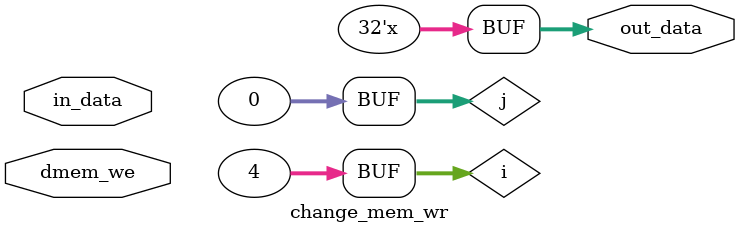
<source format=v>
module change_mem_wr(
    input [3:0] dmem_we,
    input [31:0] in_data,
    output reg [31:0] out_data
    );

integer i;
integer j = 0;

initial begin
    out_data = 32'b0;
end
always @(*) begin
    for (i = 0; i < 4; i = i + 1) begin
        if (dmem_we[i]) begin
            out_data[i*8 +: 8] = in_data[j*8 +: 8];
            j = j + 1;
        end
    end
    j = 0;
end
endmodule
</source>
